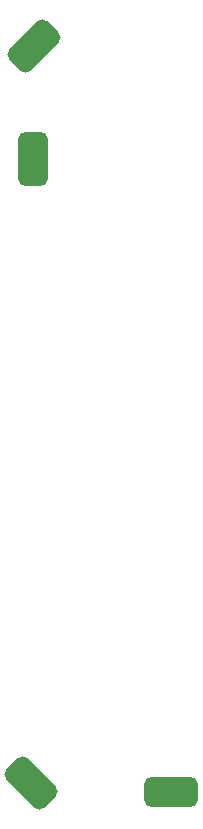
<source format=gbr>
%TF.GenerationSoftware,KiCad,Pcbnew,7.0.9*%
%TF.CreationDate,2024-12-03T14:46:30-06:00*%
%TF.ProjectId,GVH_TouchPad,4756485f-546f-4756-9368-5061642e6b69,v0.1*%
%TF.SameCoordinates,Original*%
%TF.FileFunction,Soldermask,Bot*%
%TF.FilePolarity,Negative*%
%FSLAX46Y46*%
G04 Gerber Fmt 4.6, Leading zero omitted, Abs format (unit mm)*
G04 Created by KiCad (PCBNEW 7.0.9) date 2024-12-03 14:46:30*
%MOMM*%
%LPD*%
G01*
G04 APERTURE LIST*
G04 Aperture macros list*
%AMRoundRect*
0 Rectangle with rounded corners*
0 $1 Rounding radius*
0 $2 $3 $4 $5 $6 $7 $8 $9 X,Y pos of 4 corners*
0 Add a 4 corners polygon primitive as box body*
4,1,4,$2,$3,$4,$5,$6,$7,$8,$9,$2,$3,0*
0 Add four circle primitives for the rounded corners*
1,1,$1+$1,$2,$3*
1,1,$1+$1,$4,$5*
1,1,$1+$1,$6,$7*
1,1,$1+$1,$8,$9*
0 Add four rect primitives between the rounded corners*
20,1,$1+$1,$2,$3,$4,$5,0*
20,1,$1+$1,$4,$5,$6,$7,0*
20,1,$1+$1,$6,$7,$8,$9,0*
20,1,$1+$1,$8,$9,$2,$3,0*%
G04 Aperture macros list end*
%ADD10RoundRect,0.635000X-0.718420X-1.616446X1.616446X0.718420X0.718420X1.616446X-1.616446X-0.718420X0*%
%ADD11RoundRect,0.635000X-1.616446X0.718420X0.718420X-1.616446X1.616446X-0.718420X-0.718420X1.616446X0*%
%ADD12RoundRect,0.635000X0.635000X-1.651000X0.635000X1.651000X-0.635000X1.651000X-0.635000X-1.651000X0*%
%ADD13RoundRect,0.635000X-1.651000X-0.635000X1.651000X-0.635000X1.651000X0.635000X-1.651000X0.635000X0*%
G04 APERTURE END LIST*
D10*
%TO.C,J5*%
X105029000Y-54229000D03*
%TD*%
D11*
%TO.C,J4*%
X104775000Y-116586000D03*
%TD*%
D12*
%TO.C,J2*%
X104902000Y-63754000D03*
%TD*%
D13*
%TO.C,J1*%
X116586000Y-117348000D03*
%TD*%
M02*

</source>
